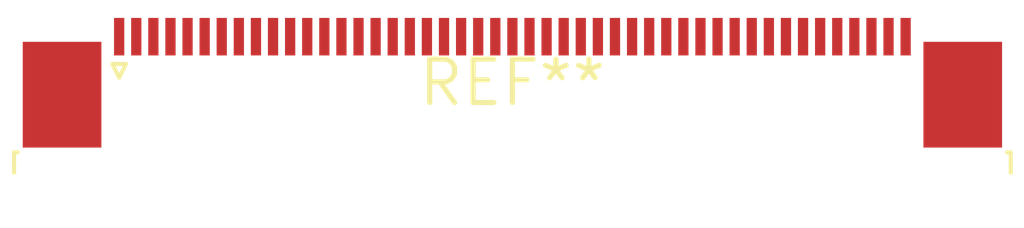
<source format=kicad_pcb>
(kicad_pcb (version 20240108) (generator pcbnew)
  (layers (0 "F.Cu" signal) (31 "B.Cu" signal) (34 "B.Paste" user) (35 "F.Paste" user) (36 "B.SilkS" user "B.Silkscreen") (37 "F.SilkS" user "F.Silkscreen") (38 "B.Mask" user) (39 "F.Mask" user) (44 "Edge.Cuts" user))
  (net 0 "")
  (footprint "TE_4-1734839-7_1x47-1MP_P0.5mm_Horizontal" (layer "F.Cu") (at 0 0)
    (property "Reference" "REF**")
    (property "Value" "PCB Edge")
    (fp_line (start -14.575 2.04) (end -14.575 2.64) (layer "F.SilkS") (stroke (width 0.12)))
    (fp_line (start -14.465 2.04) (end -14.575 2.04) (layer "F.SilkS") (stroke (width 0.12)))
    (fp_line (start -11.7 -0.55) (end -11.5 -0.15) (layer "F.SilkS") (stroke (width 0.12)))
    (fp_line (start -11.5 -0.15) (end -11.3 -0.55) (layer "F.SilkS") (stroke (width 0.12)))
    (fp_line (start -11.3 -0.55) (end -11.7 -0.55) (layer "F.SilkS") (stroke (width 0.12)))
    (fp_line (start 14.465 2.04) (end 14.575 2.04) (layer "F.SilkS") (stroke (width 0.12)))
    (fp_line (start 14.575 2.04) (end 14.575 2.64) (layer "F.SilkS") (stroke (width 0.12)))
    (pad "1" smd rect (at -11.5 -1.35) (size 0.3 1.1) (layers "F.Cu" "F.Paste" "F.Mask"))
    (pad "2" smd rect (at -11 -1.35) (size 0.3 1.1) (layers "F.Cu" "F.Paste" "F.Mask"))
    (pad "3" smd rect (at -10.5 -1.35) (size 0.3 1.1) (layers "F.Cu" "F.Paste" "F.Mask"))
    (pad "4" smd rect (at -10 -1.35) (size 0.3 1.1) (layers "F.Cu" "F.Paste" "F.Mask"))
    (pad "5" smd rect (at -9.5 -1.35) (size 0.3 1.1) (layers "F.Cu" "F.Paste" "F.Mask"))
    (pad "6" smd rect (at -9 -1.35) (size 0.3 1.1) (layers "F.Cu" "F.Paste" "F.Mask"))
    (pad "7" smd rect (at -8.5 -1.35) (size 0.3 1.1) (layers "F.Cu" "F.Paste" "F.Mask"))
    (pad "8" smd rect (at -8 -1.35) (size 0.3 1.1) (layers "F.Cu" "F.Paste" "F.Mask"))
    (pad "9" smd rect (at -7.5 -1.35) (size 0.3 1.1) (layers "F.Cu" "F.Paste" "F.Mask"))
    (pad "10" smd rect (at -7 -1.35) (size 0.3 1.1) (layers "F.Cu" "F.Paste" "F.Mask"))
    (pad "11" smd rect (at -6.5 -1.35) (size 0.3 1.1) (layers "F.Cu" "F.Paste" "F.Mask"))
    (pad "12" smd rect (at -6 -1.35) (size 0.3 1.1) (layers "F.Cu" "F.Paste" "F.Mask"))
    (pad "13" smd rect (at -5.5 -1.35) (size 0.3 1.1) (layers "F.Cu" "F.Paste" "F.Mask"))
    (pad "14" smd rect (at -5 -1.35) (size 0.3 1.1) (layers "F.Cu" "F.Paste" "F.Mask"))
    (pad "15" smd rect (at -4.5 -1.35) (size 0.3 1.1) (layers "F.Cu" "F.Paste" "F.Mask"))
    (pad "16" smd rect (at -4 -1.35) (size 0.3 1.1) (layers "F.Cu" "F.Paste" "F.Mask"))
    (pad "17" smd rect (at -3.5 -1.35) (size 0.3 1.1) (layers "F.Cu" "F.Paste" "F.Mask"))
    (pad "18" smd rect (at -3 -1.35) (size 0.3 1.1) (layers "F.Cu" "F.Paste" "F.Mask"))
    (pad "19" smd rect (at -2.5 -1.35) (size 0.3 1.1) (layers "F.Cu" "F.Paste" "F.Mask"))
    (pad "20" smd rect (at -2 -1.35) (size 0.3 1.1) (layers "F.Cu" "F.Paste" "F.Mask"))
    (pad "21" smd rect (at -1.5 -1.35) (size 0.3 1.1) (layers "F.Cu" "F.Paste" "F.Mask"))
    (pad "22" smd rect (at -1 -1.35) (size 0.3 1.1) (layers "F.Cu" "F.Paste" "F.Mask"))
    (pad "23" smd rect (at -0.5 -1.35) (size 0.3 1.1) (layers "F.Cu" "F.Paste" "F.Mask"))
    (pad "24" smd rect (at 0 -1.35) (size 0.3 1.1) (layers "F.Cu" "F.Paste" "F.Mask"))
    (pad "25" smd rect (at 0.5 -1.35) (size 0.3 1.1) (layers "F.Cu" "F.Paste" "F.Mask"))
    (pad "26" smd rect (at 1 -1.35) (size 0.3 1.1) (layers "F.Cu" "F.Paste" "F.Mask"))
    (pad "27" smd rect (at 1.5 -1.35) (size 0.3 1.1) (layers "F.Cu" "F.Paste" "F.Mask"))
    (pad "28" smd rect (at 2 -1.35) (size 0.3 1.1) (layers "F.Cu" "F.Paste" "F.Mask"))
    (pad "29" smd rect (at 2.5 -1.35) (size 0.3 1.1) (layers "F.Cu" "F.Paste" "F.Mask"))
    (pad "30" smd rect (at 3 -1.35) (size 0.3 1.1) (layers "F.Cu" "F.Paste" "F.Mask"))
    (pad "31" smd rect (at 3.5 -1.35) (size 0.3 1.1) (layers "F.Cu" "F.Paste" "F.Mask"))
    (pad "32" smd rect (at 4 -1.35) (size 0.3 1.1) (layers "F.Cu" "F.Paste" "F.Mask"))
    (pad "33" smd rect (at 4.5 -1.35) (size 0.3 1.1) (layers "F.Cu" "F.Paste" "F.Mask"))
    (pad "34" smd rect (at 5 -1.35) (size 0.3 1.1) (layers "F.Cu" "F.Paste" "F.Mask"))
    (pad "35" smd rect (at 5.5 -1.35) (size 0.3 1.1) (layers "F.Cu" "F.Paste" "F.Mask"))
    (pad "36" smd rect (at 6 -1.35) (size 0.3 1.1) (layers "F.Cu" "F.Paste" "F.Mask"))
    (pad "37" smd rect (at 6.5 -1.35) (size 0.3 1.1) (layers "F.Cu" "F.Paste" "F.Mask"))
    (pad "38" smd rect (at 7 -1.35) (size 0.3 1.1) (layers "F.Cu" "F.Paste" "F.Mask"))
    (pad "39" smd rect (at 7.5 -1.35) (size 0.3 1.1) (layers "F.Cu" "F.Paste" "F.Mask"))
    (pad "40" smd rect (at 8 -1.35) (size 0.3 1.1) (layers "F.Cu" "F.Paste" "F.Mask"))
    (pad "41" smd rect (at 8.5 -1.35) (size 0.3 1.1) (layers "F.Cu" "F.Paste" "F.Mask"))
    (pad "42" smd rect (at 9 -1.35) (size 0.3 1.1) (layers "F.Cu" "F.Paste" "F.Mask"))
    (pad "43" smd rect (at 9.5 -1.35) (size 0.3 1.1) (layers "F.Cu" "F.Paste" "F.Mask"))
    (pad "44" smd rect (at 10 -1.35) (size 0.3 1.1) (layers "F.Cu" "F.Paste" "F.Mask"))
    (pad "45" smd rect (at 10.5 -1.35) (size 0.3 1.1) (layers "F.Cu" "F.Paste" "F.Mask"))
    (pad "46" smd rect (at 11 -1.35) (size 0.3 1.1) (layers "F.Cu" "F.Paste" "F.Mask"))
    (pad "47" smd rect (at 11.5 -1.35) (size 0.3 1.1) (layers "F.Cu" "F.Paste" "F.Mask"))
    (pad "MP" smd rect (at -13.17 0.35) (size 2.3 3.1) (layers "F.Cu" "F.Paste" "F.Mask"))
    (pad "MP" smd rect (at 13.17 0.35) (size 2.3 3.1) (layers "F.Cu" "F.Paste" "F.Mask"))
  )
)
</source>
